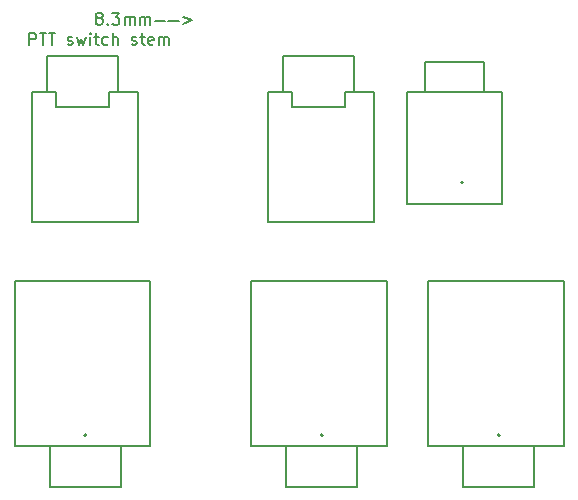
<source format=gbr>
G04 #@! TF.GenerationSoftware,KiCad,Pcbnew,(5.1.0-0)*
G04 #@! TF.CreationDate,2019-04-18T20:26:35-04:00*
G04 #@! TF.ProjectId,ubitx_panel,75626974-785f-4706-916e-656c2e6b6963,0.1*
G04 #@! TF.SameCoordinates,Original*
G04 #@! TF.FileFunction,Drawing*
%FSLAX46Y46*%
G04 Gerber Fmt 4.6, Leading zero omitted, Abs format (unit mm)*
G04 Created by KiCad (PCBNEW (5.1.0-0)) date 2019-04-18 20:26:35*
%MOMM*%
%LPD*%
G04 APERTURE LIST*
%ADD10C,0.200000*%
%ADD11C,0.127000*%
G04 APERTURE END LIST*
D10*
X126325641Y-73257372D02*
X126230403Y-73209753D01*
X126182784Y-73162134D01*
X126135165Y-73066896D01*
X126135165Y-73019277D01*
X126182784Y-72924039D01*
X126230403Y-72876420D01*
X126325641Y-72828800D01*
X126516118Y-72828800D01*
X126611356Y-72876420D01*
X126658975Y-72924039D01*
X126706594Y-73019277D01*
X126706594Y-73066896D01*
X126658975Y-73162134D01*
X126611356Y-73209753D01*
X126516118Y-73257372D01*
X126325641Y-73257372D01*
X126230403Y-73304991D01*
X126182784Y-73352610D01*
X126135165Y-73447848D01*
X126135165Y-73638324D01*
X126182784Y-73733562D01*
X126230403Y-73781181D01*
X126325641Y-73828800D01*
X126516118Y-73828800D01*
X126611356Y-73781181D01*
X126658975Y-73733562D01*
X126706594Y-73638324D01*
X126706594Y-73447848D01*
X126658975Y-73352610D01*
X126611356Y-73304991D01*
X126516118Y-73257372D01*
X127135165Y-73733562D02*
X127182784Y-73781181D01*
X127135165Y-73828800D01*
X127087546Y-73781181D01*
X127135165Y-73733562D01*
X127135165Y-73828800D01*
X127516118Y-72828800D02*
X128135165Y-72828800D01*
X127801832Y-73209753D01*
X127944689Y-73209753D01*
X128039927Y-73257372D01*
X128087546Y-73304991D01*
X128135165Y-73400229D01*
X128135165Y-73638324D01*
X128087546Y-73733562D01*
X128039927Y-73781181D01*
X127944689Y-73828800D01*
X127658975Y-73828800D01*
X127563737Y-73781181D01*
X127516118Y-73733562D01*
X128563737Y-73828800D02*
X128563737Y-73162134D01*
X128563737Y-73257372D02*
X128611356Y-73209753D01*
X128706594Y-73162134D01*
X128849451Y-73162134D01*
X128944689Y-73209753D01*
X128992308Y-73304991D01*
X128992308Y-73828800D01*
X128992308Y-73304991D02*
X129039927Y-73209753D01*
X129135165Y-73162134D01*
X129278022Y-73162134D01*
X129373260Y-73209753D01*
X129420880Y-73304991D01*
X129420880Y-73828800D01*
X129897070Y-73828800D02*
X129897070Y-73162134D01*
X129897070Y-73257372D02*
X129944689Y-73209753D01*
X130039927Y-73162134D01*
X130182784Y-73162134D01*
X130278022Y-73209753D01*
X130325641Y-73304991D01*
X130325641Y-73828800D01*
X130325641Y-73304991D02*
X130373260Y-73209753D01*
X130468499Y-73162134D01*
X130611356Y-73162134D01*
X130706594Y-73209753D01*
X130754213Y-73304991D01*
X130754213Y-73828800D01*
X131135165Y-73495467D02*
X131992308Y-73495467D01*
X132278022Y-73495467D02*
X133135165Y-73495467D01*
X133516118Y-73162134D02*
X134278022Y-73447848D01*
X133516118Y-73733562D01*
X120516118Y-75528800D02*
X120516118Y-74528800D01*
X120897070Y-74528800D01*
X120992308Y-74576420D01*
X121039927Y-74624039D01*
X121087546Y-74719277D01*
X121087546Y-74862134D01*
X121039927Y-74957372D01*
X120992308Y-75004991D01*
X120897070Y-75052610D01*
X120516118Y-75052610D01*
X121373260Y-74528800D02*
X121944689Y-74528800D01*
X121658975Y-75528800D02*
X121658975Y-74528800D01*
X122135165Y-74528800D02*
X122706594Y-74528800D01*
X122420880Y-75528800D02*
X122420880Y-74528800D01*
X123754213Y-75481181D02*
X123849451Y-75528800D01*
X124039927Y-75528800D01*
X124135165Y-75481181D01*
X124182784Y-75385943D01*
X124182784Y-75338324D01*
X124135165Y-75243086D01*
X124039927Y-75195467D01*
X123897070Y-75195467D01*
X123801832Y-75147848D01*
X123754213Y-75052610D01*
X123754213Y-75004991D01*
X123801832Y-74909753D01*
X123897070Y-74862134D01*
X124039927Y-74862134D01*
X124135165Y-74909753D01*
X124516118Y-74862134D02*
X124706594Y-75528800D01*
X124897070Y-75052610D01*
X125087546Y-75528800D01*
X125278022Y-74862134D01*
X125658975Y-75528800D02*
X125658975Y-74862134D01*
X125658975Y-74528800D02*
X125611356Y-74576420D01*
X125658975Y-74624039D01*
X125706594Y-74576420D01*
X125658975Y-74528800D01*
X125658975Y-74624039D01*
X125992308Y-74862134D02*
X126373260Y-74862134D01*
X126135165Y-74528800D02*
X126135165Y-75385943D01*
X126182784Y-75481181D01*
X126278022Y-75528800D01*
X126373260Y-75528800D01*
X127135165Y-75481181D02*
X127039927Y-75528800D01*
X126849451Y-75528800D01*
X126754213Y-75481181D01*
X126706594Y-75433562D01*
X126658975Y-75338324D01*
X126658975Y-75052610D01*
X126706594Y-74957372D01*
X126754213Y-74909753D01*
X126849451Y-74862134D01*
X127039927Y-74862134D01*
X127135165Y-74909753D01*
X127563737Y-75528800D02*
X127563737Y-74528800D01*
X127992308Y-75528800D02*
X127992308Y-75004991D01*
X127944689Y-74909753D01*
X127849451Y-74862134D01*
X127706594Y-74862134D01*
X127611356Y-74909753D01*
X127563737Y-74957372D01*
X129182784Y-75481181D02*
X129278022Y-75528800D01*
X129468499Y-75528800D01*
X129563737Y-75481181D01*
X129611356Y-75385943D01*
X129611356Y-75338324D01*
X129563737Y-75243086D01*
X129468499Y-75195467D01*
X129325641Y-75195467D01*
X129230403Y-75147848D01*
X129182784Y-75052610D01*
X129182784Y-75004991D01*
X129230403Y-74909753D01*
X129325641Y-74862134D01*
X129468499Y-74862134D01*
X129563737Y-74909753D01*
X129897070Y-74862134D02*
X130278022Y-74862134D01*
X130039927Y-74528800D02*
X130039927Y-75385943D01*
X130087546Y-75481181D01*
X130182784Y-75528800D01*
X130278022Y-75528800D01*
X130992308Y-75481181D02*
X130897070Y-75528800D01*
X130706594Y-75528800D01*
X130611356Y-75481181D01*
X130563737Y-75385943D01*
X130563737Y-75004991D01*
X130611356Y-74909753D01*
X130706594Y-74862134D01*
X130897070Y-74862134D01*
X130992308Y-74909753D01*
X131039927Y-75004991D01*
X131039927Y-75100229D01*
X130563737Y-75195467D01*
X131468499Y-75528800D02*
X131468499Y-74862134D01*
X131468499Y-74957372D02*
X131516118Y-74909753D01*
X131611356Y-74862134D01*
X131754213Y-74862134D01*
X131849451Y-74909753D01*
X131897070Y-75004991D01*
X131897070Y-75528800D01*
X131897070Y-75004991D02*
X131944689Y-74909753D01*
X132039927Y-74862134D01*
X132182784Y-74862134D01*
X132278022Y-74909753D01*
X132325641Y-75004991D01*
X132325641Y-75528800D01*
D11*
X149700000Y-79500000D02*
X149700000Y-90500000D01*
X149700000Y-90500000D02*
X140700000Y-90500000D01*
X149700000Y-79500000D02*
X148000000Y-79500000D01*
X148000000Y-79500000D02*
X147250000Y-79500000D01*
X147250000Y-79500000D02*
X147250000Y-80800000D01*
X147250000Y-80800000D02*
X142750000Y-80800000D01*
X142750000Y-80800000D02*
X142750000Y-79500000D01*
X142750000Y-79500000D02*
X142000000Y-79500000D01*
X142000000Y-79500000D02*
X140700000Y-79500000D01*
X140700000Y-79500000D02*
X140700000Y-90500000D01*
X148000000Y-79500000D02*
X148000000Y-76500000D01*
X148000000Y-76500000D02*
X142000000Y-76500000D01*
X142000000Y-76500000D02*
X142000000Y-79500000D01*
X150750000Y-109500000D02*
X148250000Y-109500000D01*
X148250000Y-109500000D02*
X142250000Y-109500000D01*
X142250000Y-109500000D02*
X139250000Y-109500000D01*
X139250000Y-109500000D02*
X139250000Y-95500000D01*
X139250000Y-95500000D02*
X150750000Y-95500000D01*
X150750000Y-95500000D02*
X150750000Y-109500000D01*
D10*
X145350000Y-108600000D02*
G75*
G03X145350000Y-108600000I-100000J0D01*
G01*
D11*
X142250000Y-109500000D02*
X142250000Y-113000000D01*
X142250000Y-113000000D02*
X148250000Y-113000000D01*
X148250000Y-113000000D02*
X148250000Y-109500000D01*
X165750000Y-109500000D02*
X163250000Y-109500000D01*
X163250000Y-109500000D02*
X157250000Y-109500000D01*
X157250000Y-109500000D02*
X154250000Y-109500000D01*
X154250000Y-109500000D02*
X154250000Y-95500000D01*
X154250000Y-95500000D02*
X165750000Y-95500000D01*
X165750000Y-95500000D02*
X165750000Y-109500000D01*
D10*
X160350000Y-108600000D02*
G75*
G03X160350000Y-108600000I-100000J0D01*
G01*
D11*
X157250000Y-109500000D02*
X157250000Y-113000000D01*
X157250000Y-113000000D02*
X163250000Y-113000000D01*
X163250000Y-113000000D02*
X163250000Y-109500000D01*
X129700000Y-79500000D02*
X129700000Y-90500000D01*
X129700000Y-90500000D02*
X120700000Y-90500000D01*
X129700000Y-79500000D02*
X128000000Y-79500000D01*
X128000000Y-79500000D02*
X127250000Y-79500000D01*
X127250000Y-79500000D02*
X127250000Y-80800000D01*
X127250000Y-80800000D02*
X122750000Y-80800000D01*
X122750000Y-80800000D02*
X122750000Y-79500000D01*
X122750000Y-79500000D02*
X122000000Y-79500000D01*
X122000000Y-79500000D02*
X120700000Y-79500000D01*
X120700000Y-79500000D02*
X120700000Y-90500000D01*
X128000000Y-79500000D02*
X128000000Y-76500000D01*
X128000000Y-76500000D02*
X122000000Y-76500000D01*
X122000000Y-76500000D02*
X122000000Y-79500000D01*
X130750000Y-109500000D02*
X128250000Y-109500000D01*
X128250000Y-109500000D02*
X122250000Y-109500000D01*
X122250000Y-109500000D02*
X119250000Y-109500000D01*
X119250000Y-109500000D02*
X119250000Y-95500000D01*
X119250000Y-95500000D02*
X130750000Y-95500000D01*
X130750000Y-95500000D02*
X130750000Y-109500000D01*
D10*
X125350000Y-108600000D02*
G75*
G03X125350000Y-108600000I-100000J0D01*
G01*
D11*
X122250000Y-109500000D02*
X122250000Y-113000000D01*
X122250000Y-113000000D02*
X128250000Y-113000000D01*
X128250000Y-113000000D02*
X128250000Y-109500000D01*
X160500000Y-79509420D02*
X160500000Y-89009420D01*
X160500000Y-89009420D02*
X152500000Y-89009420D01*
X152500000Y-89009420D02*
X152500000Y-79509420D01*
X152500000Y-79509420D02*
X154000000Y-79509420D01*
X154000000Y-79509420D02*
X159000000Y-79509420D01*
X159000000Y-79509420D02*
X160500000Y-79509420D01*
X159000000Y-79509420D02*
X159000000Y-77009420D01*
X159000000Y-77009420D02*
X154000000Y-77009420D01*
X154000000Y-77009420D02*
X154000000Y-79509420D01*
D10*
X157235000Y-87188420D02*
G75*
G03X157235000Y-87188420I-100000J0D01*
G01*
M02*

</source>
